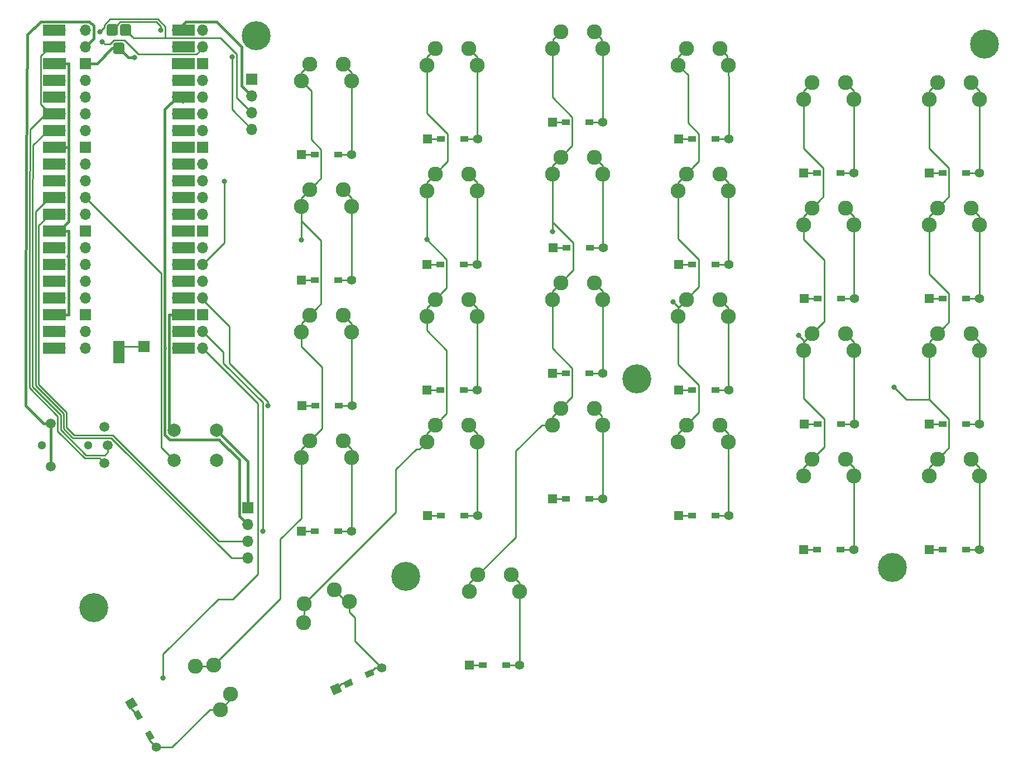
<source format=gbr>
G04 #@! TF.GenerationSoftware,KiCad,Pcbnew,(5.1.4)-1*
G04 #@! TF.CreationDate,2021-06-26T01:07:56+08:00*
G04 #@! TF.ProjectId,Split Keeb,53706c69-7420-44b6-9565-622e6b696361,rev?*
G04 #@! TF.SameCoordinates,Original*
G04 #@! TF.FileFunction,Copper,L1,Top*
G04 #@! TF.FilePolarity,Positive*
%FSLAX46Y46*%
G04 Gerber Fmt 4.6, Leading zero omitted, Abs format (unit mm)*
G04 Created by KiCad (PCBNEW (5.1.4)-1) date 2021-06-26 01:07:56*
%MOMM*%
%LPD*%
G04 APERTURE LIST*
%ADD10C,2.286000*%
%ADD11R,1.700000X1.700000*%
%ADD12O,1.700000X1.700000*%
%ADD13C,0.100000*%
%ADD14C,1.750000*%
%ADD15R,3.500000X1.700000*%
%ADD16R,1.700000X3.500000*%
%ADD17C,2.000000*%
%ADD18C,1.300000*%
%ADD19C,1.500000*%
%ADD20C,4.400000*%
%ADD21R,1.300000X0.950000*%
%ADD22C,1.397000*%
%ADD23R,1.397000X1.397000*%
%ADD24C,0.950000*%
%ADD25C,0.800000*%
%ADD26C,0.250000*%
%ADD27C,0.400000*%
G04 APERTURE END LIST*
D10*
X136779000Y-136779000D03*
X143129000Y-134239000D03*
X138049000Y-134239000D03*
X144399000Y-136779000D03*
X111608143Y-141508070D03*
X116289747Y-136522422D03*
X111685703Y-138669323D03*
X118514208Y-138287719D03*
X95163705Y-148083471D03*
X100538409Y-152312733D03*
X97998409Y-147913323D03*
X98973705Y-154682585D03*
X206502000Y-119253000D03*
X212852000Y-116713000D03*
X207772000Y-116713000D03*
X214122000Y-119253000D03*
X187452000Y-119253000D03*
X193802000Y-116713000D03*
X188722000Y-116713000D03*
X195072000Y-119253000D03*
X168402000Y-114046000D03*
X174752000Y-111506000D03*
X169672000Y-111506000D03*
X176022000Y-114046000D03*
X149352000Y-111506000D03*
X155702000Y-108966000D03*
X150622000Y-108966000D03*
X156972000Y-111506000D03*
X130302000Y-114046000D03*
X136652000Y-111506000D03*
X131572000Y-111506000D03*
X137922000Y-114046000D03*
X111252000Y-116459000D03*
X117602000Y-113919000D03*
X112522000Y-113919000D03*
X118872000Y-116459000D03*
X206502000Y-100203000D03*
X212852000Y-97663000D03*
X207772000Y-97663000D03*
X214122000Y-100203000D03*
X187452000Y-100203000D03*
X193802000Y-97663000D03*
X188722000Y-97663000D03*
X195072000Y-100203000D03*
X168402000Y-94996000D03*
X174752000Y-92456000D03*
X169672000Y-92456000D03*
X176022000Y-94996000D03*
X149352000Y-92456000D03*
X155702000Y-89916000D03*
X150622000Y-89916000D03*
X156972000Y-92456000D03*
X130302000Y-94996000D03*
X136652000Y-92456000D03*
X131572000Y-92456000D03*
X137922000Y-94996000D03*
X111252000Y-97409000D03*
X117602000Y-94869000D03*
X112522000Y-94869000D03*
X118872000Y-97409000D03*
X206502000Y-81153000D03*
X212852000Y-78613000D03*
X207772000Y-78613000D03*
X214122000Y-81153000D03*
X187452000Y-81153000D03*
X193802000Y-78613000D03*
X188722000Y-78613000D03*
X195072000Y-81153000D03*
X168402000Y-75946000D03*
X174752000Y-73406000D03*
X169672000Y-73406000D03*
X176022000Y-75946000D03*
X149352000Y-73406000D03*
X155702000Y-70866000D03*
X150622000Y-70866000D03*
X156972000Y-73406000D03*
X130302000Y-75946000D03*
X136652000Y-73406000D03*
X131572000Y-73406000D03*
X137922000Y-75946000D03*
X111252000Y-78359000D03*
X117602000Y-75819000D03*
X112522000Y-75819000D03*
X118872000Y-78359000D03*
X206502000Y-62103000D03*
X212852000Y-59563000D03*
X207772000Y-59563000D03*
X214122000Y-62103000D03*
X187452000Y-62103000D03*
X193802000Y-59563000D03*
X188722000Y-59563000D03*
X195072000Y-62103000D03*
X168402000Y-56896000D03*
X174752000Y-54356000D03*
X169672000Y-54356000D03*
X176022000Y-56896000D03*
X149352000Y-54356000D03*
X155702000Y-51816000D03*
X150622000Y-51816000D03*
X156972000Y-54356000D03*
X130302000Y-56896000D03*
X136652000Y-54356000D03*
X131572000Y-54356000D03*
X137922000Y-56896000D03*
X111252000Y-59309000D03*
X117602000Y-56769000D03*
X112522000Y-56769000D03*
X118872000Y-59309000D03*
D11*
X87376000Y-99592000D03*
D12*
X78486000Y-51562000D03*
X78486000Y-54102000D03*
D11*
X78486000Y-56642000D03*
D12*
X78486000Y-97282000D03*
X96266000Y-54102000D03*
X78486000Y-59182000D03*
X78486000Y-64262000D03*
D11*
X78486000Y-69342000D03*
X78486000Y-94742000D03*
D12*
X96266000Y-66802000D03*
X78486000Y-79502000D03*
D11*
X96266000Y-56642000D03*
D12*
X96266000Y-64262000D03*
X78486000Y-87122000D03*
X96266000Y-59182000D03*
X96266000Y-76962000D03*
X96266000Y-87122000D03*
X78486000Y-89662000D03*
X78486000Y-71882000D03*
X78486000Y-99822000D03*
X96266000Y-74422000D03*
X78486000Y-74422000D03*
X78486000Y-76962000D03*
D11*
X78486000Y-82042000D03*
D12*
X96266000Y-84582000D03*
X96266000Y-89662000D03*
X78486000Y-66802000D03*
D11*
X96266000Y-82042000D03*
D12*
X96266000Y-99822000D03*
X96266000Y-79502000D03*
X96266000Y-71882000D03*
X96266000Y-61722000D03*
D11*
X96266000Y-69342000D03*
X96266000Y-94742000D03*
D12*
X96266000Y-51562000D03*
X96266000Y-92202000D03*
X78486000Y-84582000D03*
X96266000Y-97282000D03*
X78486000Y-61722000D03*
X78486000Y-92202000D03*
D13*
G36*
X85062382Y-50694107D02*
G01*
X85104852Y-50700406D01*
X85146500Y-50710839D01*
X85186924Y-50725303D01*
X85225736Y-50743659D01*
X85262562Y-50765732D01*
X85297047Y-50791308D01*
X85328859Y-50820141D01*
X85357692Y-50851953D01*
X85383268Y-50886438D01*
X85405341Y-50923264D01*
X85423697Y-50962076D01*
X85438161Y-51002500D01*
X85448594Y-51044148D01*
X85454893Y-51086618D01*
X85457000Y-51129500D01*
X85457000Y-52004500D01*
X85454893Y-52047382D01*
X85448594Y-52089852D01*
X85438161Y-52131500D01*
X85423697Y-52171924D01*
X85405341Y-52210736D01*
X85383268Y-52247562D01*
X85357692Y-52282047D01*
X85328859Y-52313859D01*
X85297047Y-52342692D01*
X85262562Y-52368268D01*
X85225736Y-52390341D01*
X85186924Y-52408697D01*
X85146500Y-52423161D01*
X85104852Y-52433594D01*
X85062382Y-52439893D01*
X85019500Y-52442000D01*
X84144500Y-52442000D01*
X84101618Y-52439893D01*
X84059148Y-52433594D01*
X84017500Y-52423161D01*
X83977076Y-52408697D01*
X83938264Y-52390341D01*
X83901438Y-52368268D01*
X83866953Y-52342692D01*
X83835141Y-52313859D01*
X83806308Y-52282047D01*
X83780732Y-52247562D01*
X83758659Y-52210736D01*
X83740303Y-52171924D01*
X83725839Y-52131500D01*
X83715406Y-52089852D01*
X83709107Y-52047382D01*
X83707000Y-52004500D01*
X83707000Y-51129500D01*
X83709107Y-51086618D01*
X83715406Y-51044148D01*
X83725839Y-51002500D01*
X83740303Y-50962076D01*
X83758659Y-50923264D01*
X83780732Y-50886438D01*
X83806308Y-50851953D01*
X83835141Y-50820141D01*
X83866953Y-50791308D01*
X83901438Y-50765732D01*
X83938264Y-50743659D01*
X83977076Y-50725303D01*
X84017500Y-50710839D01*
X84059148Y-50700406D01*
X84101618Y-50694107D01*
X84144500Y-50692000D01*
X85019500Y-50692000D01*
X85062382Y-50694107D01*
X85062382Y-50694107D01*
G37*
D14*
X84582000Y-51567000D03*
D13*
G36*
X83030382Y-50694107D02*
G01*
X83072852Y-50700406D01*
X83114500Y-50710839D01*
X83154924Y-50725303D01*
X83193736Y-50743659D01*
X83230562Y-50765732D01*
X83265047Y-50791308D01*
X83296859Y-50820141D01*
X83325692Y-50851953D01*
X83351268Y-50886438D01*
X83373341Y-50923264D01*
X83391697Y-50962076D01*
X83406161Y-51002500D01*
X83416594Y-51044148D01*
X83422893Y-51086618D01*
X83425000Y-51129500D01*
X83425000Y-52004500D01*
X83422893Y-52047382D01*
X83416594Y-52089852D01*
X83406161Y-52131500D01*
X83391697Y-52171924D01*
X83373341Y-52210736D01*
X83351268Y-52247562D01*
X83325692Y-52282047D01*
X83296859Y-52313859D01*
X83265047Y-52342692D01*
X83230562Y-52368268D01*
X83193736Y-52390341D01*
X83154924Y-52408697D01*
X83114500Y-52423161D01*
X83072852Y-52433594D01*
X83030382Y-52439893D01*
X82987500Y-52442000D01*
X82112500Y-52442000D01*
X82069618Y-52439893D01*
X82027148Y-52433594D01*
X81985500Y-52423161D01*
X81945076Y-52408697D01*
X81906264Y-52390341D01*
X81869438Y-52368268D01*
X81834953Y-52342692D01*
X81803141Y-52313859D01*
X81774308Y-52282047D01*
X81748732Y-52247562D01*
X81726659Y-52210736D01*
X81708303Y-52171924D01*
X81693839Y-52131500D01*
X81683406Y-52089852D01*
X81677107Y-52047382D01*
X81675000Y-52004500D01*
X81675000Y-51129500D01*
X81677107Y-51086618D01*
X81683406Y-51044148D01*
X81693839Y-51002500D01*
X81708303Y-50962076D01*
X81726659Y-50923264D01*
X81748732Y-50886438D01*
X81774308Y-50851953D01*
X81803141Y-50820141D01*
X81834953Y-50791308D01*
X81869438Y-50765732D01*
X81906264Y-50743659D01*
X81945076Y-50725303D01*
X81985500Y-50710839D01*
X82027148Y-50700406D01*
X82069618Y-50694107D01*
X82112500Y-50692000D01*
X82987500Y-50692000D01*
X83030382Y-50694107D01*
X83030382Y-50694107D01*
G37*
D14*
X82550000Y-51567000D03*
D13*
G36*
X84046382Y-53469107D02*
G01*
X84088852Y-53475406D01*
X84130500Y-53485839D01*
X84170924Y-53500303D01*
X84209736Y-53518659D01*
X84246562Y-53540732D01*
X84281047Y-53566308D01*
X84312859Y-53595141D01*
X84341692Y-53626953D01*
X84367268Y-53661438D01*
X84389341Y-53698264D01*
X84407697Y-53737076D01*
X84422161Y-53777500D01*
X84432594Y-53819148D01*
X84438893Y-53861618D01*
X84441000Y-53904500D01*
X84441000Y-54779500D01*
X84438893Y-54822382D01*
X84432594Y-54864852D01*
X84422161Y-54906500D01*
X84407697Y-54946924D01*
X84389341Y-54985736D01*
X84367268Y-55022562D01*
X84341692Y-55057047D01*
X84312859Y-55088859D01*
X84281047Y-55117692D01*
X84246562Y-55143268D01*
X84209736Y-55165341D01*
X84170924Y-55183697D01*
X84130500Y-55198161D01*
X84088852Y-55208594D01*
X84046382Y-55214893D01*
X84003500Y-55217000D01*
X83128500Y-55217000D01*
X83085618Y-55214893D01*
X83043148Y-55208594D01*
X83001500Y-55198161D01*
X82961076Y-55183697D01*
X82922264Y-55165341D01*
X82885438Y-55143268D01*
X82850953Y-55117692D01*
X82819141Y-55088859D01*
X82790308Y-55057047D01*
X82764732Y-55022562D01*
X82742659Y-54985736D01*
X82724303Y-54946924D01*
X82709839Y-54906500D01*
X82699406Y-54864852D01*
X82693107Y-54822382D01*
X82691000Y-54779500D01*
X82691000Y-53904500D01*
X82693107Y-53861618D01*
X82699406Y-53819148D01*
X82709839Y-53777500D01*
X82724303Y-53737076D01*
X82742659Y-53698264D01*
X82764732Y-53661438D01*
X82790308Y-53626953D01*
X82819141Y-53595141D01*
X82850953Y-53566308D01*
X82885438Y-53540732D01*
X82922264Y-53518659D01*
X82961076Y-53500303D01*
X83001500Y-53485839D01*
X83043148Y-53475406D01*
X83085618Y-53469107D01*
X83128500Y-53467000D01*
X84003500Y-53467000D01*
X84046382Y-53469107D01*
X84046382Y-53469107D01*
G37*
D14*
X83566000Y-54342000D03*
D12*
X74676000Y-51562000D03*
X74676000Y-54102000D03*
D11*
X74676000Y-56642000D03*
D12*
X74676000Y-59182000D03*
X74676000Y-61722000D03*
X74676000Y-64262000D03*
X74676000Y-66802000D03*
D11*
X74676000Y-69342000D03*
D12*
X74676000Y-71882000D03*
X74676000Y-74422000D03*
X74676000Y-76962000D03*
X74676000Y-79502000D03*
D11*
X74676000Y-82042000D03*
D12*
X74676000Y-84582000D03*
X74676000Y-87122000D03*
X74676000Y-89662000D03*
X74676000Y-92202000D03*
D11*
X74676000Y-94742000D03*
D12*
X74676000Y-97282000D03*
X74676000Y-99822000D03*
X92456000Y-99822000D03*
X92456000Y-97282000D03*
D11*
X92456000Y-94742000D03*
D12*
X92456000Y-92202000D03*
X92456000Y-89662000D03*
X92456000Y-87122000D03*
X92456000Y-84582000D03*
D11*
X92456000Y-82042000D03*
D12*
X92456000Y-79502000D03*
X92456000Y-76962000D03*
X92456000Y-74422000D03*
X92456000Y-71882000D03*
D11*
X92456000Y-69342000D03*
D12*
X92456000Y-66802000D03*
X92456000Y-64262000D03*
X92456000Y-61722000D03*
X92456000Y-59182000D03*
D11*
X92456000Y-56642000D03*
D12*
X92456000Y-54102000D03*
X92456000Y-51562000D03*
D15*
X73776000Y-51562000D03*
X73776000Y-54102000D03*
X73776000Y-56642000D03*
X73776000Y-59182000D03*
X73776000Y-61722000D03*
X73776000Y-64262000D03*
X73776000Y-66802000D03*
X73776000Y-69342000D03*
X73776000Y-71882000D03*
X73776000Y-74422000D03*
X73776000Y-76962000D03*
X73776000Y-79502000D03*
X73776000Y-82042000D03*
X73776000Y-84582000D03*
X73776000Y-87122000D03*
X73776000Y-89662000D03*
X73776000Y-92202000D03*
X73776000Y-94742000D03*
X73776000Y-97282000D03*
X73776000Y-99822000D03*
X93356000Y-51562000D03*
X93356000Y-54102000D03*
X93356000Y-56642000D03*
X93356000Y-59182000D03*
X93356000Y-61722000D03*
X93356000Y-64262000D03*
X93356000Y-66802000D03*
X93356000Y-69342000D03*
X93356000Y-71882000D03*
X93356000Y-74422000D03*
X93356000Y-76962000D03*
X93356000Y-79502000D03*
X93356000Y-82042000D03*
X93356000Y-84582000D03*
X93356000Y-87122000D03*
X93356000Y-89662000D03*
X93356000Y-92202000D03*
X93356000Y-94742000D03*
X93356000Y-97282000D03*
X93356000Y-99822000D03*
D16*
X83566000Y-100492000D03*
D11*
X83566000Y-99592000D03*
D12*
X103759000Y-66675000D03*
X103759000Y-64135000D03*
X103759000Y-61595000D03*
D11*
X103759000Y-59055000D03*
D17*
X91925000Y-116840000D03*
X91925000Y-112340000D03*
X98425000Y-116840000D03*
X98425000Y-112340000D03*
D12*
X103124000Y-131699000D03*
X103124000Y-129159000D03*
X103124000Y-126619000D03*
D11*
X103124000Y-124079000D03*
D18*
X78915000Y-114554000D03*
D19*
X73215000Y-117804000D03*
X73215000Y-111304000D03*
X81915000Y-114554000D03*
X81415000Y-117304000D03*
X81415000Y-111804000D03*
D18*
X71915000Y-114554000D03*
D20*
X214884000Y-53721000D03*
X127127000Y-134493000D03*
X162179000Y-104521000D03*
X200914000Y-133096000D03*
X79756000Y-139192000D03*
X104394000Y-52451000D03*
D21*
X142364000Y-147955000D03*
D22*
X144399000Y-147955000D03*
D23*
X136779000Y-147955000D03*
D21*
X138814000Y-147955000D03*
D24*
X121596031Y-149221212D03*
D13*
G36*
X121207675Y-149926410D02*
G01*
X120806187Y-149065418D01*
X121984387Y-148516014D01*
X122385875Y-149377006D01*
X121207675Y-149926410D01*
X121207675Y-149926410D01*
G37*
D22*
X123440368Y-148361183D03*
X116534302Y-151581535D03*
D13*
G36*
X116196445Y-152509790D02*
G01*
X115606047Y-151243678D01*
X116872159Y-150653280D01*
X117462557Y-151919392D01*
X116196445Y-152509790D01*
X116196445Y-152509790D01*
G37*
D24*
X118378639Y-150721506D03*
D13*
G36*
X117990283Y-151426704D02*
G01*
X117588795Y-150565712D01*
X118766995Y-150016308D01*
X119168483Y-150877300D01*
X117990283Y-151426704D01*
X117990283Y-151426704D01*
G37*
D24*
X88257334Y-158624357D03*
D13*
G36*
X87520972Y-158298940D02*
G01*
X88343696Y-157823940D01*
X88993696Y-158949774D01*
X88170972Y-159424774D01*
X87520972Y-158298940D01*
X87520972Y-158298940D01*
G37*
D22*
X89274834Y-160386719D03*
X85464834Y-153787605D03*
D13*
G36*
X84510665Y-153531936D02*
G01*
X85720503Y-152833436D01*
X86419003Y-154043274D01*
X85209165Y-154741774D01*
X84510665Y-153531936D01*
X84510665Y-153531936D01*
G37*
D24*
X86482334Y-155549967D03*
D13*
G36*
X85745972Y-155224550D02*
G01*
X86568696Y-154749550D01*
X87218696Y-155875384D01*
X86395972Y-156350384D01*
X85745972Y-155224550D01*
X85745972Y-155224550D01*
G37*
D21*
X212087000Y-130429000D03*
D22*
X214122000Y-130429000D03*
D23*
X206502000Y-130429000D03*
D21*
X208537000Y-130429000D03*
X193037000Y-130429000D03*
D22*
X195072000Y-130429000D03*
D23*
X187452000Y-130429000D03*
D21*
X189487000Y-130429000D03*
X174111000Y-125222000D03*
D22*
X176146000Y-125222000D03*
D23*
X168526000Y-125222000D03*
D21*
X170561000Y-125222000D03*
X154937000Y-122682000D03*
D22*
X156972000Y-122682000D03*
D23*
X149352000Y-122682000D03*
D21*
X151387000Y-122682000D03*
X136014000Y-125222000D03*
D22*
X138049000Y-125222000D03*
D23*
X130429000Y-125222000D03*
D21*
X132464000Y-125222000D03*
X116837000Y-127635000D03*
D22*
X118872000Y-127635000D03*
D23*
X111252000Y-127635000D03*
D21*
X113287000Y-127635000D03*
X212087000Y-111379000D03*
D22*
X214122000Y-111379000D03*
D23*
X206502000Y-111379000D03*
D21*
X208537000Y-111379000D03*
X193164000Y-111379000D03*
D22*
X195199000Y-111379000D03*
D23*
X187579000Y-111379000D03*
D21*
X189614000Y-111379000D03*
X174114000Y-106172000D03*
D22*
X176149000Y-106172000D03*
D23*
X168529000Y-106172000D03*
D21*
X170564000Y-106172000D03*
X154937000Y-103632000D03*
D22*
X156972000Y-103632000D03*
D23*
X149352000Y-103632000D03*
D21*
X151387000Y-103632000D03*
X135887000Y-106172000D03*
D22*
X137922000Y-106172000D03*
D23*
X130302000Y-106172000D03*
D21*
X132337000Y-106172000D03*
X116964000Y-108585000D03*
D22*
X118999000Y-108585000D03*
D23*
X111379000Y-108585000D03*
D21*
X113414000Y-108585000D03*
X212087000Y-92329000D03*
D22*
X214122000Y-92329000D03*
D23*
X206502000Y-92329000D03*
D21*
X208537000Y-92329000D03*
X193164000Y-92329000D03*
D22*
X195199000Y-92329000D03*
D23*
X187579000Y-92329000D03*
D21*
X189614000Y-92329000D03*
X174114000Y-87122000D03*
D22*
X176149000Y-87122000D03*
D23*
X168529000Y-87122000D03*
D21*
X170564000Y-87122000D03*
X155064000Y-84582000D03*
D22*
X157099000Y-84582000D03*
D23*
X149479000Y-84582000D03*
D21*
X151514000Y-84582000D03*
X135887000Y-87122000D03*
D22*
X137922000Y-87122000D03*
D23*
X130302000Y-87122000D03*
D21*
X132337000Y-87122000D03*
X116837000Y-89535000D03*
D22*
X118872000Y-89535000D03*
D23*
X111252000Y-89535000D03*
D21*
X113287000Y-89535000D03*
X212087000Y-73279000D03*
D22*
X214122000Y-73279000D03*
D23*
X206502000Y-73279000D03*
D21*
X208537000Y-73279000D03*
X193037000Y-73279000D03*
D22*
X195072000Y-73279000D03*
D23*
X187452000Y-73279000D03*
D21*
X189487000Y-73279000D03*
X174117000Y-68072000D03*
D22*
X176152000Y-68072000D03*
D23*
X168532000Y-68072000D03*
D21*
X170567000Y-68072000D03*
X154937000Y-65532000D03*
D22*
X156972000Y-65532000D03*
D23*
X149352000Y-65532000D03*
D21*
X151387000Y-65532000D03*
X136014000Y-68072000D03*
D22*
X138049000Y-68072000D03*
D23*
X130429000Y-68072000D03*
D21*
X132464000Y-68072000D03*
X116837000Y-70485000D03*
D22*
X118872000Y-70485000D03*
D23*
X111252000Y-70485000D03*
D21*
X113287000Y-70485000D03*
D25*
X99568000Y-74549000D03*
X106172000Y-108585000D03*
X105410000Y-127635000D03*
X90297000Y-149860000D03*
X85979000Y-55753000D03*
X100748000Y-55626000D03*
X89916000Y-51562000D03*
X80716704Y-51823599D03*
X111252000Y-83439000D03*
X130302000Y-83376998D03*
X149352000Y-82169000D03*
X167640000Y-92837000D03*
X186690000Y-97917000D03*
X201168000Y-105791000D03*
X81026000Y-53340000D03*
D26*
X118872000Y-58039000D02*
X118872000Y-59309000D01*
X117602000Y-56769000D02*
X118872000Y-58039000D01*
X118872000Y-59309000D02*
X118872000Y-70485000D01*
X116837000Y-70485000D02*
X118872000Y-70485000D01*
X208537000Y-73279000D02*
X206502000Y-73279000D01*
X189487000Y-73279000D02*
X187452000Y-73279000D01*
X170567000Y-68072000D02*
X168532000Y-68072000D01*
X151387000Y-65532000D02*
X149352000Y-65532000D01*
X132464000Y-68072000D02*
X130429000Y-68072000D01*
X111252000Y-70485000D02*
X113287000Y-70485000D01*
X99568000Y-83820000D02*
X96266000Y-87122000D01*
X99568000Y-74549000D02*
X99568000Y-83820000D01*
X137922000Y-55626000D02*
X137922000Y-56896000D01*
X136652000Y-54356000D02*
X137922000Y-55626000D01*
X137922000Y-67945000D02*
X138049000Y-68072000D01*
X137922000Y-56896000D02*
X137922000Y-67945000D01*
X136014000Y-68072000D02*
X138049000Y-68072000D01*
X156844999Y-54228999D02*
X156972000Y-54356000D01*
X156844999Y-52958999D02*
X156844999Y-54228999D01*
X155702000Y-51816000D02*
X156844999Y-52958999D01*
X156972000Y-54356000D02*
X156972000Y-65532000D01*
X156972000Y-65532000D02*
X154937000Y-65532000D01*
X175894999Y-56768999D02*
X176022000Y-56896000D01*
X175894999Y-55498999D02*
X175894999Y-56768999D01*
X174752000Y-54356000D02*
X175894999Y-55498999D01*
X176152000Y-67084172D02*
X176152000Y-68072000D01*
X176116099Y-67048271D02*
X176152000Y-67084172D01*
X176116099Y-58606545D02*
X176116099Y-67048271D01*
X176022000Y-58512446D02*
X176116099Y-58606545D01*
X176022000Y-56896000D02*
X176022000Y-58512446D01*
X176152000Y-68072000D02*
X174117000Y-68072000D01*
X195072000Y-60833000D02*
X195072000Y-62103000D01*
X193802000Y-59563000D02*
X195072000Y-60833000D01*
X195072000Y-65113334D02*
X195072000Y-73279000D01*
X195072000Y-62103000D02*
X195072000Y-65113334D01*
X195072000Y-73279000D02*
X193037000Y-73279000D01*
X214122000Y-60833000D02*
X214122000Y-62103000D01*
X212852000Y-59563000D02*
X214122000Y-60833000D01*
X214122000Y-62103000D02*
X214122000Y-73279000D01*
X214122000Y-73279000D02*
X212087000Y-73279000D01*
X118872000Y-77089000D02*
X118872000Y-78359000D01*
X117602000Y-75819000D02*
X118872000Y-77089000D01*
X118872000Y-78359000D02*
X118872000Y-89535000D01*
X118872000Y-89535000D02*
X116837000Y-89535000D01*
X208537000Y-92329000D02*
X206502000Y-92329000D01*
X189614000Y-92329000D02*
X187579000Y-92329000D01*
X170564000Y-87122000D02*
X168529000Y-87122000D01*
X149479000Y-84582000D02*
X151514000Y-84582000D01*
X132337000Y-87122000D02*
X130302000Y-87122000D01*
X113287000Y-89535000D02*
X111252000Y-89535000D01*
X137922000Y-74676000D02*
X137922000Y-75946000D01*
X136652000Y-73406000D02*
X137922000Y-74676000D01*
X137922000Y-75946000D02*
X137922000Y-87122000D01*
X135887000Y-87122000D02*
X137922000Y-87122000D01*
X156972000Y-72136000D02*
X156972000Y-73406000D01*
X155702000Y-70866000D02*
X156972000Y-72136000D01*
X156972000Y-84455000D02*
X157099000Y-84582000D01*
X156972000Y-73406000D02*
X156972000Y-84455000D01*
X157099000Y-84582000D02*
X155064000Y-84582000D01*
X176022000Y-74676000D02*
X176022000Y-75946000D01*
X174752000Y-73406000D02*
X176022000Y-74676000D01*
X176022000Y-86995000D02*
X176149000Y-87122000D01*
X176022000Y-75946000D02*
X176022000Y-86995000D01*
X174114000Y-87122000D02*
X176149000Y-87122000D01*
X195072000Y-79883000D02*
X195072000Y-81153000D01*
X193802000Y-78613000D02*
X195072000Y-79883000D01*
X195072000Y-92202000D02*
X195199000Y-92329000D01*
X195072000Y-81153000D02*
X195072000Y-92202000D01*
X195199000Y-92329000D02*
X193164000Y-92329000D01*
X214122000Y-79883000D02*
X214122000Y-81153000D01*
X212852000Y-78613000D02*
X214122000Y-79883000D01*
X214122000Y-81153000D02*
X214122000Y-92329000D01*
X214122000Y-92329000D02*
X212087000Y-92329000D01*
X118872000Y-96139000D02*
X118872000Y-97409000D01*
X117602000Y-94869000D02*
X118872000Y-96139000D01*
X118872000Y-108458000D02*
X118999000Y-108585000D01*
X118872000Y-97409000D02*
X118872000Y-108458000D01*
X116964000Y-108585000D02*
X118999000Y-108585000D01*
X208537000Y-111379000D02*
X206502000Y-111379000D01*
X189614000Y-111379000D02*
X187579000Y-111379000D01*
X170564000Y-106172000D02*
X168529000Y-106172000D01*
X151387000Y-103632000D02*
X149352000Y-103632000D01*
X130302000Y-106172000D02*
X132337000Y-106172000D01*
X111379000Y-108585000D02*
X113414000Y-108585000D01*
X106172000Y-108019315D02*
X100330000Y-102177315D01*
X106172000Y-108585000D02*
X106172000Y-108019315D01*
X96266000Y-92456998D02*
X96266000Y-92202000D01*
X100330000Y-96520998D02*
X96266000Y-92456998D01*
X100330000Y-102177315D02*
X100330000Y-96520998D01*
X137922000Y-93726000D02*
X137922000Y-94996000D01*
X136652000Y-92456000D02*
X137922000Y-93726000D01*
X135887000Y-106172000D02*
X137922000Y-106172000D01*
X137922000Y-94996000D02*
X137922000Y-98006334D01*
X137922000Y-98006334D02*
X137922000Y-106172000D01*
X156972000Y-91186000D02*
X156972000Y-92456000D01*
X155702000Y-89916000D02*
X156972000Y-91186000D01*
X156972000Y-92456000D02*
X156972000Y-103632000D01*
X154937000Y-103632000D02*
X156972000Y-103632000D01*
X176022000Y-93726000D02*
X176022000Y-94996000D01*
X174752000Y-92456000D02*
X176022000Y-93726000D01*
X176022000Y-106045000D02*
X176149000Y-106172000D01*
X176022000Y-94996000D02*
X176022000Y-106045000D01*
X176149000Y-106172000D02*
X174114000Y-106172000D01*
X195072000Y-98933000D02*
X195072000Y-100203000D01*
X193802000Y-97663000D02*
X195072000Y-98933000D01*
X195072000Y-111252000D02*
X195199000Y-111379000D01*
X195072000Y-100203000D02*
X195072000Y-111252000D01*
X195199000Y-111379000D02*
X193164000Y-111379000D01*
X214122000Y-98933000D02*
X214122000Y-100203000D01*
X212852000Y-97663000D02*
X214122000Y-98933000D01*
X214122000Y-100203000D02*
X214122000Y-111379000D01*
X214122000Y-111379000D02*
X212087000Y-111379000D01*
X118872000Y-115189000D02*
X118872000Y-116459000D01*
X117602000Y-113919000D02*
X118872000Y-115189000D01*
X118872000Y-116459000D02*
X118872000Y-127635000D01*
X116837000Y-127635000D02*
X118872000Y-127635000D01*
X208537000Y-130429000D02*
X206502000Y-130429000D01*
X189487000Y-130429000D02*
X187452000Y-130429000D01*
X170561000Y-125222000D02*
X168526000Y-125222000D01*
X149352000Y-122682000D02*
X151387000Y-122682000D01*
X130429000Y-125222000D02*
X132464000Y-125222000D01*
X105410000Y-127635000D02*
X105410000Y-108077000D01*
X105410000Y-108077000D02*
X99441000Y-102108000D01*
X99441000Y-100457000D02*
X96266000Y-97282000D01*
X99441000Y-102108000D02*
X99441000Y-100457000D01*
X113287000Y-127635000D02*
X111252000Y-127635000D01*
X137922000Y-112776000D02*
X137922000Y-114046000D01*
X136652000Y-111506000D02*
X137922000Y-112776000D01*
X137922000Y-125095000D02*
X138049000Y-125222000D01*
X137922000Y-114046000D02*
X137922000Y-125095000D01*
X136014000Y-125222000D02*
X138049000Y-125222000D01*
X154937000Y-122682000D02*
X156972000Y-122682000D01*
X156844999Y-111378999D02*
X156972000Y-111506000D01*
X156844999Y-110108999D02*
X156844999Y-111378999D01*
X155702000Y-108966000D02*
X156844999Y-110108999D01*
X156972000Y-111506000D02*
X156972000Y-122682000D01*
X176022000Y-112776000D02*
X176022000Y-114046000D01*
X174752000Y-111506000D02*
X176022000Y-112776000D01*
X176022000Y-125098000D02*
X176146000Y-125222000D01*
X176022000Y-114046000D02*
X176022000Y-125098000D01*
X176146000Y-125222000D02*
X174111000Y-125222000D01*
X195072000Y-117983000D02*
X195072000Y-119253000D01*
X193802000Y-116713000D02*
X195072000Y-117983000D01*
X195072000Y-119253000D02*
X195072000Y-130429000D01*
X195072000Y-130429000D02*
X193037000Y-130429000D01*
X214122000Y-117983000D02*
X214122000Y-119253000D01*
X212852000Y-116713000D02*
X214122000Y-117983000D01*
X214122000Y-122263334D02*
X214122000Y-130429000D01*
X214122000Y-119253000D02*
X214122000Y-122263334D01*
X214122000Y-130429000D02*
X212087000Y-130429000D01*
X88257334Y-159369219D02*
X89274834Y-160386719D01*
X88257334Y-158624357D02*
X88257334Y-159369219D01*
X90262662Y-160386719D02*
X89274834Y-160386719D01*
X91653125Y-160386719D02*
X90262662Y-160386719D01*
X97357259Y-154682585D02*
X91653125Y-160386719D01*
X98973705Y-154682585D02*
X97357259Y-154682585D01*
X100538409Y-153117881D02*
X100538409Y-152312733D01*
X98973705Y-154682585D02*
X100538409Y-153117881D01*
X138814000Y-147955000D02*
X136779000Y-147955000D01*
X117394331Y-150721506D02*
X116534302Y-151581535D01*
X118378639Y-150721506D02*
X117394331Y-150721506D01*
X85464834Y-154532467D02*
X86482334Y-155549967D01*
X85464834Y-153787605D02*
X85464834Y-154532467D01*
X104648000Y-108204000D02*
X96266000Y-99822000D01*
X104648000Y-134112000D02*
X104648000Y-108204000D01*
X100838000Y-137922000D02*
X104648000Y-134112000D01*
X98640002Y-137922000D02*
X100838000Y-137922000D01*
X90297000Y-149860000D02*
X90297000Y-146265002D01*
X90297000Y-146265002D02*
X98640002Y-137922000D01*
X117891910Y-137665421D02*
X118514208Y-138287719D01*
X117432746Y-137665421D02*
X117891910Y-137665421D01*
X116289747Y-136522422D02*
X117432746Y-137665421D01*
X118514208Y-139904165D02*
X119380000Y-140769957D01*
X118514208Y-138287719D02*
X118514208Y-139904165D01*
X119380000Y-144300815D02*
X123440368Y-148361183D01*
X119380000Y-140769957D02*
X119380000Y-144300815D01*
X122456060Y-148361183D02*
X121596031Y-149221212D01*
X123440368Y-148361183D02*
X122456060Y-148361183D01*
X144399000Y-135509000D02*
X144399000Y-136779000D01*
X143129000Y-134239000D02*
X144399000Y-135509000D01*
X144399000Y-138395446D02*
X144399000Y-147955000D01*
X144399000Y-136779000D02*
X144399000Y-138395446D01*
X144399000Y-147955000D02*
X142364000Y-147955000D01*
D27*
X103759000Y-61595000D02*
X102235000Y-60071000D01*
X93305999Y-50712001D02*
X92456000Y-51562000D01*
X93706001Y-50311999D02*
X93305999Y-50712001D01*
X98406997Y-50311999D02*
X93706001Y-50311999D01*
X102235000Y-54140002D02*
X98406997Y-50311999D01*
X102235000Y-60071000D02*
X102235000Y-54140002D01*
X91206000Y-94742000D02*
X92456000Y-94742000D01*
X91205999Y-111620999D02*
X91925000Y-112340000D01*
X91205999Y-111620999D02*
X91206000Y-94742000D01*
X84977000Y-55753000D02*
X83566000Y-54342000D01*
X85979000Y-55753000D02*
X84977000Y-55753000D01*
X80291000Y-56642000D02*
X78486000Y-56642000D01*
X82591000Y-54342000D02*
X80291000Y-56642000D01*
X83566000Y-54342000D02*
X82591000Y-54342000D01*
X103124000Y-117039000D02*
X98425000Y-112340000D01*
X103124000Y-124079000D02*
X103124000Y-117039000D01*
X75926000Y-82042000D02*
X74676000Y-82042000D01*
X75926001Y-85752001D02*
X75926000Y-82042000D01*
X75806003Y-85871999D02*
X75926001Y-85752001D01*
X75846001Y-85871999D02*
X75806003Y-85871999D01*
X75926001Y-85951999D02*
X75846001Y-85871999D01*
X75926001Y-94741999D02*
X75926001Y-85951999D01*
X74676000Y-94742000D02*
X75926001Y-94741999D01*
X75926000Y-56642000D02*
X74676000Y-56642000D01*
X75926001Y-80672001D02*
X75926000Y-56642000D01*
X74676000Y-81922002D02*
X75926001Y-80672001D01*
X74676000Y-82042000D02*
X74676000Y-81922002D01*
X75926001Y-78331999D02*
X75926001Y-80672001D01*
X75926001Y-69342001D02*
X75926001Y-78331999D01*
X74676000Y-69342000D02*
X75926001Y-69342001D01*
D26*
X93305999Y-62571999D02*
X92456000Y-61722000D01*
D27*
X101873999Y-116820001D02*
X98845998Y-113792000D01*
X103124000Y-126619000D02*
X101873999Y-125368999D01*
X101873999Y-125368999D02*
X101873999Y-116820001D01*
X90524999Y-99975001D02*
X90605990Y-99894010D01*
X90524999Y-113012001D02*
X90524999Y-99975001D01*
X91252999Y-113740001D02*
X90524999Y-113012001D01*
X98845998Y-113792000D02*
X98793999Y-113740001D01*
X98793999Y-113740001D02*
X91252999Y-113740001D01*
X90524999Y-63653001D02*
X92456000Y-61722000D01*
X90524999Y-99975001D02*
X90524999Y-63653001D01*
D26*
X89999989Y-88475989D02*
X78486000Y-76962000D01*
X89999989Y-114914989D02*
X89999989Y-88475989D01*
X91925000Y-116840000D02*
X89999989Y-114914989D01*
X73050400Y-76962000D02*
X74676000Y-76962000D01*
X70929022Y-79083378D02*
X73050400Y-76962000D01*
X70927820Y-105545200D02*
X70927820Y-79348960D01*
X75190019Y-112067999D02*
X75190019Y-109807399D01*
X70927820Y-79348960D02*
X70929022Y-79083378D01*
X75190019Y-109807399D02*
X70927820Y-105545200D01*
X103124000Y-131699000D02*
X100651002Y-131699000D01*
X82431001Y-113478999D02*
X76614601Y-113478999D01*
X76614601Y-113478999D02*
X76419602Y-113284000D01*
X76419602Y-113284000D02*
X76406020Y-113284000D01*
X100651002Y-131699000D02*
X82431001Y-113478999D01*
X76406020Y-113284000D02*
X75190019Y-112067999D01*
X73473919Y-79502000D02*
X74676000Y-79502000D01*
X73130998Y-79502000D02*
X73473919Y-79502000D01*
X71377830Y-81255168D02*
X73130998Y-79502000D01*
X71377830Y-105358800D02*
X71377830Y-81255168D01*
X75640029Y-111881599D02*
X75640028Y-109620998D01*
X103124000Y-129159000D02*
X98747412Y-129159000D01*
X98747412Y-129159000D02*
X82617401Y-113028989D01*
X76801001Y-113028989D02*
X76243212Y-112471200D01*
X75640028Y-109620998D02*
X71377830Y-105358800D01*
X82617401Y-113028989D02*
X76801001Y-113028989D01*
X76243212Y-112471200D02*
X76229630Y-112471200D01*
X76229630Y-112471200D02*
X75640029Y-111881599D01*
X103759000Y-66675000D02*
X100748000Y-63664000D01*
X100748000Y-63664000D02*
X100748000Y-55626000D01*
X83367569Y-50749431D02*
X82550000Y-51567000D01*
X83750010Y-50366990D02*
X83367569Y-50749431D01*
X89286675Y-50366990D02*
X83750010Y-50366990D01*
X89916000Y-50996315D02*
X89286675Y-50366990D01*
X89916000Y-51562000D02*
X89916000Y-50996315D01*
X103759000Y-64135000D02*
X101473000Y-61849000D01*
X101473000Y-61849000D02*
X101473000Y-55245000D01*
X85782010Y-52767010D02*
X85399569Y-52384569D01*
X101473000Y-55245000D02*
X98995010Y-52767010D01*
X85598000Y-52583000D02*
X84582000Y-51567000D01*
X90641001Y-52741999D02*
X90615990Y-52767010D01*
X89473076Y-49916981D02*
X90641001Y-51084906D01*
X82246667Y-49916981D02*
X89473076Y-49916981D01*
X81349990Y-50813658D02*
X82246667Y-49916981D01*
X81349990Y-51190313D02*
X81349990Y-50813658D01*
X90641001Y-51084906D02*
X90641001Y-52741999D01*
X80716704Y-51823599D02*
X81349990Y-51190313D01*
X90615990Y-52767010D02*
X85782010Y-52767010D01*
X98995010Y-52767010D02*
X90615990Y-52767010D01*
X97828261Y-148083471D02*
X97998409Y-147913323D01*
X95163705Y-148083471D02*
X97828261Y-148083471D01*
X111252000Y-58039000D02*
X111252000Y-59309000D01*
X112522000Y-56769000D02*
X111252000Y-58039000D01*
X113664999Y-74676001D02*
X112522000Y-75819000D01*
X114262001Y-74078999D02*
X113664999Y-74676001D01*
X114262001Y-69749999D02*
X114262001Y-74078999D01*
X112743099Y-68231097D02*
X114262001Y-69749999D01*
X112743099Y-60800099D02*
X112743099Y-68231097D01*
X111252000Y-59309000D02*
X112743099Y-60800099D01*
X111252000Y-77089000D02*
X111252000Y-78359000D01*
X112522000Y-75819000D02*
X111252000Y-77089000D01*
X113664999Y-93726001D02*
X112522000Y-94869000D01*
X114262001Y-93128999D02*
X113664999Y-93726001D01*
X114262001Y-83530975D02*
X114262001Y-93128999D01*
X111252000Y-80520974D02*
X114262001Y-83530975D01*
X111252000Y-78359000D02*
X111252000Y-80520974D01*
X111379001Y-97281999D02*
X111252000Y-97409000D01*
X111379001Y-96011999D02*
X111379001Y-97281999D01*
X112522000Y-94869000D02*
X111379001Y-96011999D01*
X113664999Y-112776001D02*
X112522000Y-113919000D01*
X114389001Y-112051999D02*
X113664999Y-112776001D01*
X114389001Y-102707975D02*
X114389001Y-112051999D01*
X111252000Y-99570974D02*
X114389001Y-102707975D01*
X111252000Y-97409000D02*
X111252000Y-99570974D01*
X111252000Y-115189000D02*
X111252000Y-116459000D01*
X112522000Y-113919000D02*
X111252000Y-115189000D01*
X111252000Y-125652998D02*
X108077000Y-128827998D01*
X111252000Y-116459000D02*
X111252000Y-125652998D01*
X108077000Y-137834732D02*
X97998409Y-147913323D01*
X108077000Y-128827998D02*
X108077000Y-137834732D01*
X111252000Y-80520974D02*
X111252000Y-83439000D01*
X111608143Y-140363329D02*
X111608143Y-141508070D01*
X111685703Y-140285769D02*
X111608143Y-140363329D01*
X111685703Y-138669323D02*
X111685703Y-140285769D01*
X130302000Y-55626000D02*
X130302000Y-56896000D01*
X131572000Y-54356000D02*
X130302000Y-55626000D01*
X132714999Y-72263001D02*
X131572000Y-73406000D01*
X133439001Y-71538999D02*
X132714999Y-72263001D01*
X133439001Y-67336999D02*
X133439001Y-71538999D01*
X130302000Y-64199998D02*
X133439001Y-67336999D01*
X130302000Y-56896000D02*
X130302000Y-64199998D01*
X130302000Y-74676000D02*
X130302000Y-75946000D01*
X131572000Y-73406000D02*
X130302000Y-74676000D01*
X132714999Y-91313001D02*
X131572000Y-92456000D01*
X133312001Y-90715999D02*
X132714999Y-91313001D01*
X133312001Y-86386999D02*
X133312001Y-90715999D01*
X130302000Y-83376998D02*
X130302000Y-83376998D01*
X130302000Y-75946000D02*
X130302000Y-83376998D01*
X130302000Y-93726000D02*
X130302000Y-94996000D01*
X131572000Y-92456000D02*
X130302000Y-93726000D01*
X132714999Y-110363001D02*
X131572000Y-111506000D01*
X133312001Y-109765999D02*
X132714999Y-110363001D01*
X133312001Y-100167975D02*
X133312001Y-109765999D01*
X130302000Y-97157974D02*
X133312001Y-100167975D01*
X130302000Y-94996000D02*
X130302000Y-97157974D01*
X130302000Y-112776000D02*
X130302000Y-114046000D01*
X131572000Y-111506000D02*
X130302000Y-112776000D01*
X128688667Y-115188999D02*
X125603000Y-118274666D01*
X130302000Y-114046000D02*
X129159001Y-115188999D01*
X129159001Y-115188999D02*
X128688667Y-115188999D01*
X125603000Y-124752026D02*
X111685703Y-138669323D01*
X125603000Y-118274666D02*
X125603000Y-124752026D01*
X130302000Y-83376998D02*
X133312001Y-86386999D01*
X149479001Y-54228999D02*
X149352000Y-54356000D01*
X149479001Y-52958999D02*
X149479001Y-54228999D01*
X150622000Y-51816000D02*
X149479001Y-52958999D01*
X151764999Y-69723001D02*
X150622000Y-70866000D01*
X152362001Y-69125999D02*
X151764999Y-69723001D01*
X152362001Y-64796999D02*
X152362001Y-69125999D01*
X149352000Y-61786998D02*
X152362001Y-64796999D01*
X149352000Y-54356000D02*
X149352000Y-61786998D01*
X149352000Y-72136000D02*
X149352000Y-73406000D01*
X150622000Y-70866000D02*
X149352000Y-72136000D01*
X151764999Y-88773001D02*
X150622000Y-89916000D01*
X152489001Y-88048999D02*
X151764999Y-88773001D01*
X152489001Y-83846999D02*
X152489001Y-88048999D01*
X149352000Y-80709998D02*
X152489001Y-83846999D01*
X149352000Y-73406000D02*
X149352000Y-80709998D01*
X149352000Y-91186000D02*
X149352000Y-92456000D01*
X150622000Y-89916000D02*
X149352000Y-91186000D01*
X151764999Y-107823001D02*
X150622000Y-108966000D01*
X152362001Y-107225999D02*
X151764999Y-107823001D01*
X152362001Y-102896999D02*
X152362001Y-107225999D01*
X149352000Y-99886998D02*
X152362001Y-102896999D01*
X149352000Y-92456000D02*
X149352000Y-99886998D01*
X149352000Y-110236000D02*
X149352000Y-111506000D01*
X150622000Y-108966000D02*
X149352000Y-110236000D01*
X136779000Y-135509000D02*
X136779000Y-136779000D01*
X138049000Y-134239000D02*
X136779000Y-135509000D01*
X147735554Y-111506000D02*
X143764000Y-115477554D01*
X149352000Y-111506000D02*
X147735554Y-111506000D01*
X143764000Y-128524000D02*
X138049000Y-134239000D01*
X143764000Y-115477554D02*
X143764000Y-128524000D01*
X149352000Y-80709998D02*
X149352000Y-82169000D01*
X168402000Y-55626000D02*
X168402000Y-56896000D01*
X169672000Y-54356000D02*
X168402000Y-55626000D01*
X170814999Y-72263001D02*
X169672000Y-73406000D01*
X171542001Y-71535999D02*
X170814999Y-72263001D01*
X171542001Y-67336999D02*
X171542001Y-71535999D01*
X169893099Y-65688097D02*
X171542001Y-67336999D01*
X169893099Y-58387099D02*
X169893099Y-65688097D01*
X168402000Y-56896000D02*
X169893099Y-58387099D01*
X168402000Y-74676000D02*
X168402000Y-75946000D01*
X169672000Y-73406000D02*
X168402000Y-74676000D01*
X170814999Y-91313001D02*
X169672000Y-92456000D01*
X171539001Y-90588999D02*
X170814999Y-91313001D01*
X171539001Y-86386999D02*
X171539001Y-90588999D01*
X168402000Y-83249998D02*
X171539001Y-86386999D01*
X168402000Y-75946000D02*
X168402000Y-83249998D01*
X168402000Y-93726000D02*
X168402000Y-94996000D01*
X169672000Y-92456000D02*
X168402000Y-93726000D01*
X170814999Y-110363001D02*
X169672000Y-111506000D01*
X171539001Y-109638999D02*
X170814999Y-110363001D01*
X171539001Y-105436999D02*
X171539001Y-109638999D01*
X168402000Y-102299998D02*
X171539001Y-105436999D01*
X168402000Y-94996000D02*
X168402000Y-102299998D01*
X168402000Y-112776000D02*
X168402000Y-114046000D01*
X169672000Y-111506000D02*
X168402000Y-112776000D01*
X168402000Y-93726000D02*
X168402000Y-93599000D01*
X168402000Y-93599000D02*
X167640000Y-92837000D01*
X187452000Y-60833000D02*
X187452000Y-62103000D01*
X188722000Y-59563000D02*
X187452000Y-60833000D01*
X189864999Y-77470001D02*
X188722000Y-78613000D01*
X190462001Y-76872999D02*
X189864999Y-77470001D01*
X190462001Y-72543999D02*
X190462001Y-76872999D01*
X187452000Y-69533998D02*
X190462001Y-72543999D01*
X187452000Y-62103000D02*
X187452000Y-69533998D01*
X189864999Y-96520001D02*
X188722000Y-97663000D01*
X190589001Y-95795999D02*
X189864999Y-96520001D01*
X190589001Y-86451975D02*
X190589001Y-95795999D01*
X187452000Y-83314974D02*
X190589001Y-86451975D01*
X187452000Y-81153000D02*
X187452000Y-83314974D01*
X187452000Y-98933000D02*
X187452000Y-100203000D01*
X188722000Y-97663000D02*
X187452000Y-98933000D01*
X189864999Y-115570001D02*
X188722000Y-116713000D01*
X190589001Y-114845999D02*
X189864999Y-115570001D01*
X190589001Y-110643999D02*
X190589001Y-114845999D01*
X187452000Y-107506998D02*
X190589001Y-110643999D01*
X187452000Y-100203000D02*
X187452000Y-107506998D01*
X187452000Y-117983000D02*
X187452000Y-119253000D01*
X188722000Y-116713000D02*
X187452000Y-117983000D01*
X187452000Y-79883000D02*
X187452000Y-81153000D01*
X188722000Y-78613000D02*
X187452000Y-79883000D01*
X187452000Y-98933000D02*
X187452000Y-98679000D01*
X187452000Y-98679000D02*
X186690000Y-97917000D01*
X206502000Y-60833000D02*
X206502000Y-62103000D01*
X207772000Y-59563000D02*
X206502000Y-60833000D01*
X206502000Y-79883000D02*
X206502000Y-81153000D01*
X207772000Y-78613000D02*
X206502000Y-79883000D01*
X208914999Y-77470001D02*
X207772000Y-78613000D01*
X209512001Y-76872999D02*
X208914999Y-77470001D01*
X209512001Y-72543999D02*
X209512001Y-76872999D01*
X206502000Y-69533998D02*
X209512001Y-72543999D01*
X206502000Y-62103000D02*
X206502000Y-69533998D01*
X208914999Y-96520001D02*
X207772000Y-97663000D01*
X209512001Y-95922999D02*
X208914999Y-96520001D01*
X209512001Y-91593999D02*
X209512001Y-95922999D01*
X206502000Y-88583998D02*
X209512001Y-91593999D01*
X206502000Y-81153000D02*
X206502000Y-88583998D01*
X208914999Y-115570001D02*
X207772000Y-116713000D01*
X209512001Y-114972999D02*
X208914999Y-115570001D01*
X209512001Y-110643999D02*
X209512001Y-114972999D01*
X206502000Y-107633998D02*
X209512001Y-110643999D01*
X206502000Y-100203000D02*
X206502000Y-107633998D01*
X206629001Y-100075999D02*
X206502000Y-100203000D01*
X206629001Y-98805999D02*
X206629001Y-100075999D01*
X207772000Y-97663000D02*
X206629001Y-98805999D01*
X206502000Y-117983000D02*
X206502000Y-119253000D01*
X207772000Y-116713000D02*
X206502000Y-117983000D01*
X206502000Y-107633998D02*
X203010998Y-107633998D01*
X203010998Y-107633998D02*
X201168000Y-105791000D01*
X91846010Y-53492010D02*
X92456000Y-54102000D01*
D27*
X73215000Y-111304000D02*
X73215000Y-117804000D01*
X73215000Y-111304000D02*
X72154340Y-111304000D01*
X72154340Y-111304000D02*
X69469000Y-108618660D01*
X69469000Y-108618660D02*
X69469000Y-93726000D01*
X69469000Y-93726000D02*
X69437857Y-93694856D01*
X69437857Y-93694856D02*
X69595758Y-58801573D01*
X69595758Y-58801573D02*
X69601667Y-57496331D01*
X69601667Y-57495774D02*
X69723000Y-57374441D01*
X69601667Y-57496331D02*
X69601667Y-57495774D01*
X79736001Y-52851999D02*
X78486000Y-54102000D01*
X79736001Y-50961999D02*
X79736001Y-52851999D01*
X79086001Y-50311999D02*
X79736001Y-50961999D01*
X71705999Y-50311999D02*
X79086001Y-50311999D01*
X69723000Y-52294998D02*
X71705999Y-50311999D01*
X69723000Y-57374441D02*
X69723000Y-52294998D01*
D26*
X83566000Y-99592000D02*
X87376000Y-99592000D01*
X95366001Y-55277001D02*
X96266000Y-54377002D01*
X96266000Y-54377002D02*
X96266000Y-54102000D01*
X86566130Y-55277001D02*
X95366001Y-55277001D01*
X84431119Y-53141990D02*
X86566130Y-55277001D01*
X82812658Y-53141990D02*
X84431119Y-53141990D01*
X82214649Y-53739999D02*
X82812658Y-53141990D01*
X81425999Y-53739999D02*
X82214649Y-53739999D01*
X81026000Y-53340000D02*
X81425999Y-53739999D01*
X72785359Y-66802000D02*
X74676000Y-66802000D01*
X70524352Y-69063007D02*
X72785359Y-66802000D01*
X70477810Y-79347922D02*
X70524352Y-69063007D01*
X81425669Y-116103991D02*
X78589601Y-116103991D01*
X81915000Y-114554000D02*
X81915000Y-115614660D01*
X81915000Y-115614660D02*
X81425669Y-116103991D01*
X78589601Y-116103991D02*
X74740011Y-112254401D01*
X74740011Y-112254401D02*
X74740010Y-109993800D01*
X70477810Y-105731600D02*
X70477810Y-102888210D01*
X74740010Y-109993800D02*
X70477810Y-105731600D01*
X70477810Y-103116810D02*
X70477810Y-102888210D01*
X70477810Y-102888210D02*
X70477810Y-79347922D01*
X70027800Y-90521979D02*
X70027800Y-79346882D01*
X70027800Y-79346882D02*
X70085139Y-66676179D01*
X69994010Y-90555769D02*
X70027800Y-90521979D01*
X81415000Y-117304000D02*
X80665001Y-116554001D01*
X80665001Y-116554001D02*
X78403201Y-116554001D01*
X78403201Y-116554001D02*
X74290001Y-112440801D01*
X74290001Y-112440801D02*
X74290001Y-110180201D01*
X70085139Y-66676179D02*
X72499318Y-64262000D01*
X74290001Y-110180201D02*
X69994010Y-105884210D01*
X72499318Y-64262000D02*
X74676000Y-64262000D01*
X69994010Y-105884210D02*
X69994010Y-90555769D01*
X73473919Y-54102000D02*
X74676000Y-54102000D01*
X73130998Y-54102000D02*
X73473919Y-54102000D01*
X71700999Y-55531999D02*
X73130998Y-54102000D01*
X71700999Y-62832001D02*
X71700999Y-55531999D01*
X73130998Y-64262000D02*
X71700999Y-62832001D01*
X74676000Y-64262000D02*
X73130998Y-64262000D01*
M02*

</source>
